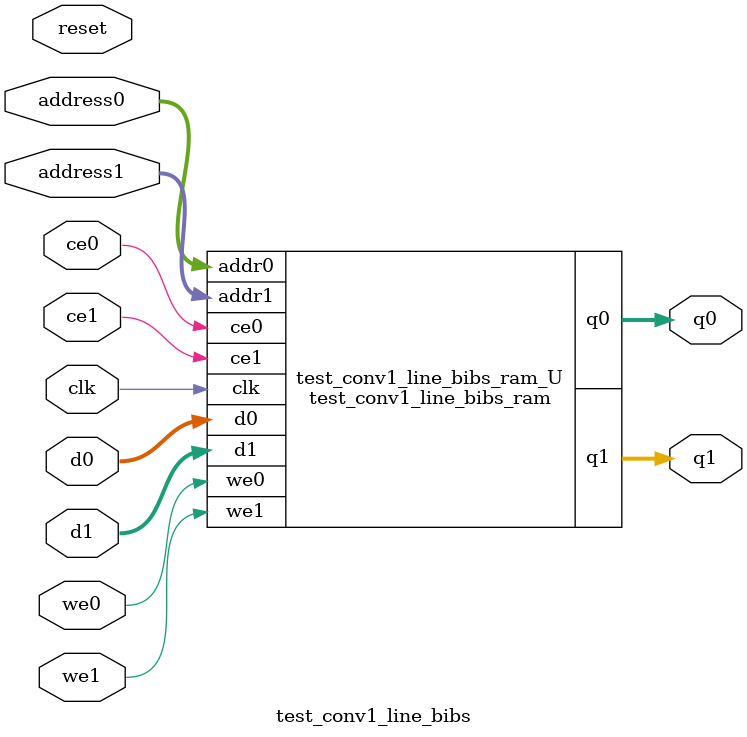
<source format=v>
`timescale 1 ns / 1 ps
module test_conv1_line_bibs_ram (addr0, ce0, d0, we0, q0, addr1, ce1, d1, we1, q1,  clk);

parameter DWIDTH = 8;
parameter AWIDTH = 12;
parameter MEM_SIZE = 2898;

input[AWIDTH-1:0] addr0;
input ce0;
input[DWIDTH-1:0] d0;
input we0;
output reg[DWIDTH-1:0] q0;
input[AWIDTH-1:0] addr1;
input ce1;
input[DWIDTH-1:0] d1;
input we1;
output reg[DWIDTH-1:0] q1;
input clk;

(* ram_style = "block" *)reg [DWIDTH-1:0] ram[0:MEM_SIZE-1];




always @(posedge clk)  
begin 
    if (ce0) begin
        if (we0) 
            ram[addr0] <= d0; 
        q0 <= ram[addr0];
    end
end


always @(posedge clk)  
begin 
    if (ce1) begin
        if (we1) 
            ram[addr1] <= d1; 
        q1 <= ram[addr1];
    end
end


endmodule

`timescale 1 ns / 1 ps
module test_conv1_line_bibs(
    reset,
    clk,
    address0,
    ce0,
    we0,
    d0,
    q0,
    address1,
    ce1,
    we1,
    d1,
    q1);

parameter DataWidth = 32'd8;
parameter AddressRange = 32'd2898;
parameter AddressWidth = 32'd12;
input reset;
input clk;
input[AddressWidth - 1:0] address0;
input ce0;
input we0;
input[DataWidth - 1:0] d0;
output[DataWidth - 1:0] q0;
input[AddressWidth - 1:0] address1;
input ce1;
input we1;
input[DataWidth - 1:0] d1;
output[DataWidth - 1:0] q1;



test_conv1_line_bibs_ram test_conv1_line_bibs_ram_U(
    .clk( clk ),
    .addr0( address0 ),
    .ce0( ce0 ),
    .we0( we0 ),
    .d0( d0 ),
    .q0( q0 ),
    .addr1( address1 ),
    .ce1( ce1 ),
    .we1( we1 ),
    .d1( d1 ),
    .q1( q1 ));

endmodule


</source>
